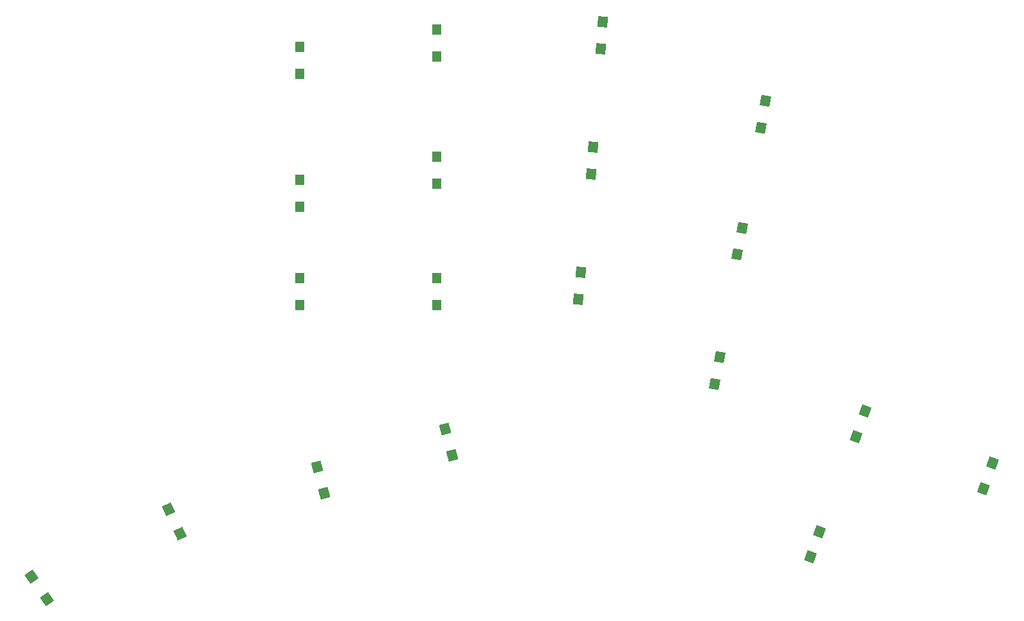
<source format=gbr>
%TF.GenerationSoftware,KiCad,Pcbnew,(6.0.4)*%
%TF.CreationDate,2022-06-17T15:21:08+10:00*%
%TF.ProjectId,luna,6c756e61-2e6b-4696-9361-645f70636258,rev?*%
%TF.SameCoordinates,Original*%
%TF.FileFunction,Paste,Top*%
%TF.FilePolarity,Positive*%
%FSLAX46Y46*%
G04 Gerber Fmt 4.6, Leading zero omitted, Abs format (unit mm)*
G04 Created by KiCad (PCBNEW (6.0.4)) date 2022-06-17 15:21:08*
%MOMM*%
%LPD*%
G01*
G04 APERTURE LIST*
G04 Aperture macros list*
%AMRotRect*
0 Rectangle, with rotation*
0 The origin of the aperture is its center*
0 $1 length*
0 $2 width*
0 $3 Rotation angle, in degrees counterclockwise*
0 Add horizontal line*
21,1,$1,$2,0,0,$3*%
G04 Aperture macros list end*
%ADD10RotRect,1.400000X1.300000X295.000000*%
%ADD11RotRect,1.400000X1.300000X250.000000*%
%ADD12RotRect,1.400000X1.300000X260.000000*%
%ADD13RotRect,1.400000X1.300000X265.000000*%
%ADD14R,1.300000X1.400000*%
%ADD15RotRect,1.400000X1.300000X305.000000*%
%ADD16RotRect,1.400000X1.300000X285.000000*%
G04 APERTURE END LIST*
D10*
%TO.C,D8*%
X124025081Y-130672325D03*
X122524787Y-127454933D03*
%TD*%
D11*
%TO.C,D19*%
X229768615Y-124694841D03*
X230982787Y-121358933D03*
%TD*%
D12*
%TO.C,D14*%
X197387616Y-93803390D03*
X198004068Y-90307322D03*
%TD*%
D13*
%TO.C,D11*%
X176472086Y-99759179D03*
X176781488Y-96222687D03*
%TD*%
D14*
%TO.C,D6*%
X157830787Y-84522933D03*
X157830787Y-80972933D03*
%TD*%
D11*
%TO.C,D17*%
X213004615Y-117836841D03*
X214218787Y-114500933D03*
%TD*%
D15*
%TO.C,D4*%
X106526983Y-139252923D03*
X104490787Y-136344933D03*
%TD*%
D11*
%TO.C,D18*%
X207007701Y-133694887D03*
X208221873Y-130358979D03*
%TD*%
D14*
%TO.C,D5*%
X157830787Y-67713933D03*
X157830787Y-64163933D03*
%TD*%
D13*
%TO.C,D10*%
X178095385Y-83239425D03*
X178404787Y-79702933D03*
%TD*%
%TO.C,D9*%
X179365385Y-66729425D03*
X179674787Y-63192933D03*
%TD*%
D16*
%TO.C,D16*%
X159814191Y-120279451D03*
X158895383Y-116850415D03*
%TD*%
%TO.C,D12*%
X143001595Y-125295969D03*
X142082787Y-121866933D03*
%TD*%
D14*
%TO.C,D1*%
X139796787Y-70044933D03*
X139796787Y-66494933D03*
%TD*%
%TO.C,D2*%
X139796787Y-87573933D03*
X139796787Y-84023933D03*
%TD*%
%TO.C,D3*%
X139796787Y-100527933D03*
X139796787Y-96977933D03*
%TD*%
%TO.C,D7*%
X157830787Y-100524933D03*
X157830787Y-96974933D03*
%TD*%
D12*
%TO.C,D13*%
X200461429Y-77103001D03*
X201077881Y-73606933D03*
%TD*%
%TO.C,D15*%
X194418819Y-110885001D03*
X195035271Y-107388933D03*
%TD*%
M02*

</source>
